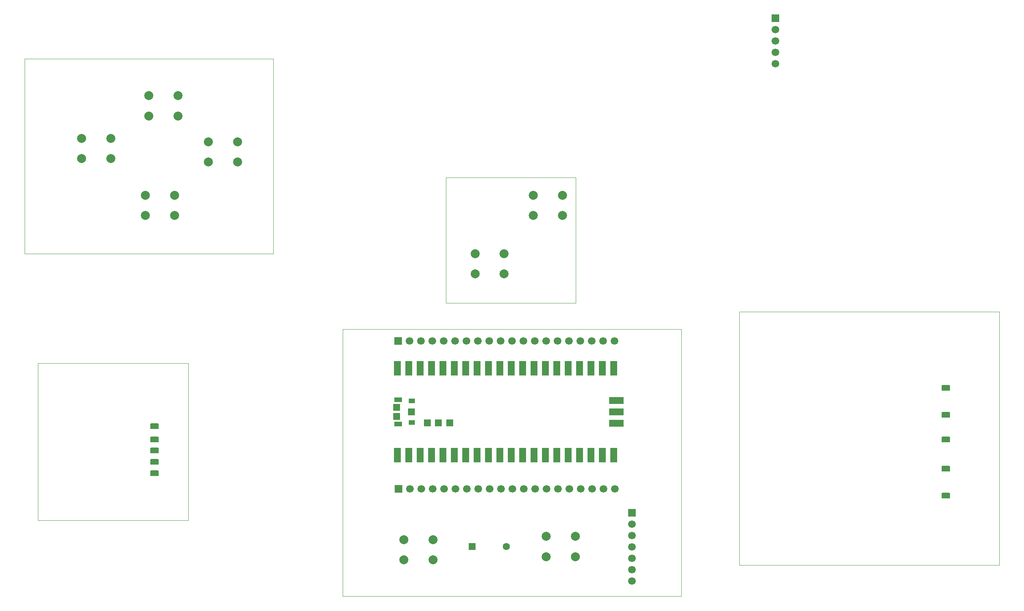
<source format=gbr>
%TF.GenerationSoftware,KiCad,Pcbnew,9.0.1*%
%TF.CreationDate,2025-04-24T14:02:35-07:00*%
%TF.ProjectId,Capstone_1,43617073-746f-46e6-955f-312e6b696361,rev?*%
%TF.SameCoordinates,Original*%
%TF.FileFunction,Soldermask,Top*%
%TF.FilePolarity,Negative*%
%FSLAX46Y46*%
G04 Gerber Fmt 4.6, Leading zero omitted, Abs format (unit mm)*
G04 Created by KiCad (PCBNEW 9.0.1) date 2025-04-24 14:02:35*
%MOMM*%
%LPD*%
G01*
G04 APERTURE LIST*
G04 Aperture macros list*
%AMRoundRect*
0 Rectangle with rounded corners*
0 $1 Rounding radius*
0 $2 $3 $4 $5 $6 $7 $8 $9 X,Y pos of 4 corners*
0 Add a 4 corners polygon primitive as box body*
4,1,4,$2,$3,$4,$5,$6,$7,$8,$9,$2,$3,0*
0 Add four circle primitives for the rounded corners*
1,1,$1+$1,$2,$3*
1,1,$1+$1,$4,$5*
1,1,$1+$1,$6,$7*
1,1,$1+$1,$8,$9*
0 Add four rect primitives between the rounded corners*
20,1,$1+$1,$2,$3,$4,$5,0*
20,1,$1+$1,$4,$5,$6,$7,0*
20,1,$1+$1,$6,$7,$8,$9,0*
20,1,$1+$1,$8,$9,$2,$3,0*%
G04 Aperture macros list end*
%ADD10R,1.700000X1.700000*%
%ADD11C,1.700000*%
%ADD12RoundRect,0.190500X-0.762000X-0.444500X0.762000X-0.444500X0.762000X0.444500X-0.762000X0.444500X0*%
%ADD13C,2.000000*%
%ADD14RoundRect,0.250000X-0.550000X-0.550000X0.550000X-0.550000X0.550000X0.550000X-0.550000X0.550000X0*%
%ADD15C,1.600000*%
%ADD16R,1.600200X3.200400*%
%ADD17R,1.803400X1.092200*%
%ADD18R,1.447800X1.041400*%
%ADD19R,3.200400X1.600200*%
%ADD20R,1.498600X1.498600*%
%TA.AperFunction,Profile*%
%ADD21C,0.050000*%
%TD*%
G04 APERTURE END LIST*
D10*
%TO.C,J4*%
X133940000Y-135000000D03*
D11*
X136480000Y-135000000D03*
X139020000Y-135000000D03*
X141560000Y-135000000D03*
X144100000Y-135000000D03*
X146640000Y-135000000D03*
X149180000Y-135000000D03*
X151720000Y-135000000D03*
X154260000Y-135000000D03*
X156800000Y-135000000D03*
X159340000Y-135000000D03*
X161880000Y-135000000D03*
X164420000Y-135000000D03*
X166960000Y-135000000D03*
X169500000Y-135000000D03*
X172040000Y-135000000D03*
X174580000Y-135000000D03*
X177120000Y-135000000D03*
X179660000Y-135000000D03*
X182200000Y-135000000D03*
%TD*%
D10*
%TO.C,J3*%
X133820000Y-102000000D03*
D11*
X136360000Y-102000000D03*
X138900000Y-102000000D03*
X141440000Y-102000000D03*
X143980000Y-102000000D03*
X146520000Y-102000000D03*
X149060000Y-102000000D03*
X151600000Y-102000000D03*
X154140000Y-102000000D03*
X156680000Y-102000000D03*
X159220000Y-102000000D03*
X161760000Y-102000000D03*
X164300000Y-102000000D03*
X166840000Y-102000000D03*
X169380000Y-102000000D03*
X171920000Y-102000000D03*
X174460000Y-102000000D03*
X177000000Y-102000000D03*
X179540000Y-102000000D03*
X182080000Y-102000000D03*
%TD*%
D10*
%TO.C,J1*%
X218000000Y-29920000D03*
D11*
X218000000Y-32460000D03*
X218000000Y-35000000D03*
X218000000Y-37540000D03*
X218000000Y-40080000D03*
%TD*%
D10*
%TO.C,J2*%
X186000000Y-140380000D03*
D11*
X186000000Y-142920000D03*
X186000000Y-145460000D03*
X186000000Y-148000000D03*
X186000000Y-150540000D03*
X186000000Y-153080000D03*
X186000000Y-155620000D03*
%TD*%
D12*
%TO.C,U3*%
X256000000Y-112500000D03*
X256000000Y-118500000D03*
X256000000Y-124000000D03*
X256000000Y-130500000D03*
X256000000Y-136500000D03*
%TD*%
%TO.C,U2*%
X79500000Y-121000000D03*
X79500000Y-124000000D03*
X79500000Y-126500000D03*
X79500000Y-129000000D03*
X79500000Y-131500000D03*
%TD*%
D13*
%TO.C,SW6*%
X78250000Y-47250000D03*
X84750000Y-47250000D03*
X78250000Y-51750000D03*
X84750000Y-51750000D03*
%TD*%
%TO.C,SW8*%
X164000000Y-69500000D03*
X170500000Y-69500000D03*
X164000000Y-74000000D03*
X170500000Y-74000000D03*
%TD*%
%TO.C,SW1*%
X77500000Y-69500000D03*
X84000000Y-69500000D03*
X77500000Y-74000000D03*
X84000000Y-74000000D03*
%TD*%
%TO.C,SW7*%
X91500000Y-57500000D03*
X98000000Y-57500000D03*
X91500000Y-62000000D03*
X98000000Y-62000000D03*
%TD*%
%TO.C,SW3*%
X151000000Y-82500000D03*
X157500000Y-82500000D03*
X151000000Y-87000000D03*
X157500000Y-87000000D03*
%TD*%
D14*
%TO.C,SW10*%
X150355000Y-147892700D03*
D15*
X157975000Y-147892700D03*
%TD*%
D16*
%TO.C,U1*%
X133720000Y-127500000D03*
X136260000Y-127500000D03*
X138800000Y-127500000D03*
X141340000Y-127500000D03*
X143880000Y-127500000D03*
X146420000Y-127500000D03*
X148960000Y-127500000D03*
X151500000Y-127500000D03*
X154040000Y-127500000D03*
X156580000Y-127500000D03*
X159120000Y-127500000D03*
X161660000Y-127500000D03*
X164200000Y-127500000D03*
X166740000Y-127500000D03*
X169280000Y-127500000D03*
X171820000Y-127500000D03*
X174360000Y-127500000D03*
X176900000Y-127500000D03*
X179440000Y-127500000D03*
X181980000Y-127500000D03*
X181980000Y-108119800D03*
X179440000Y-108119800D03*
X176900000Y-108119800D03*
X174360000Y-108119800D03*
X171820000Y-108119800D03*
X169280000Y-108119800D03*
X166740000Y-108119800D03*
X164200000Y-108119800D03*
X161660000Y-108119800D03*
X159120000Y-108119800D03*
X156580000Y-108119800D03*
X154040000Y-108119800D03*
X151500000Y-108119800D03*
X148960000Y-108119800D03*
X146420000Y-108119800D03*
X143880000Y-108119800D03*
X141340000Y-108119800D03*
X138800000Y-108119800D03*
X136260000Y-108119800D03*
X133720000Y-108119800D03*
D17*
X133849540Y-120535320D03*
X133849540Y-115084480D03*
D18*
X136879760Y-120235600D03*
X136879760Y-115384200D03*
D19*
X182548960Y-120349900D03*
X182548960Y-117809900D03*
X182548960Y-115269900D03*
D20*
X136849280Y-117809900D03*
X133549820Y-116809140D03*
X133549820Y-118810660D03*
X140349400Y-120309260D03*
X142848760Y-120309260D03*
X145348120Y-120309260D03*
%TD*%
D13*
%TO.C,SW5*%
X135160000Y-146380200D03*
X141660000Y-146380200D03*
X135160000Y-150880200D03*
X141660000Y-150880200D03*
%TD*%
%TO.C,SW2*%
X63250000Y-56750000D03*
X69750000Y-56750000D03*
X63250000Y-61250000D03*
X69750000Y-61250000D03*
%TD*%
%TO.C,SW4*%
X166910000Y-145630200D03*
X173410000Y-145630200D03*
X166910000Y-150130200D03*
X173410000Y-150130200D03*
%TD*%
D21*
X210000000Y-95500000D02*
X268000000Y-95500000D01*
X268000000Y-152000000D01*
X210000000Y-152000000D01*
X210000000Y-95500000D01*
X53500000Y-107000000D02*
X87000000Y-107000000D01*
X87000000Y-142000000D01*
X53500000Y-142000000D01*
X53500000Y-107000000D01*
X144500000Y-65500000D02*
X173500000Y-65500000D01*
X173500000Y-93500000D01*
X144500000Y-93500000D01*
X144500000Y-65500000D01*
X50500000Y-39000000D02*
X106000000Y-39000000D01*
X106000000Y-82500000D01*
X50500000Y-82500000D01*
X50500000Y-39000000D01*
X121500000Y-99380200D02*
X197000000Y-99380200D01*
X197000000Y-159000000D01*
X121500000Y-159000000D01*
X121500000Y-99380200D01*
M02*

</source>
